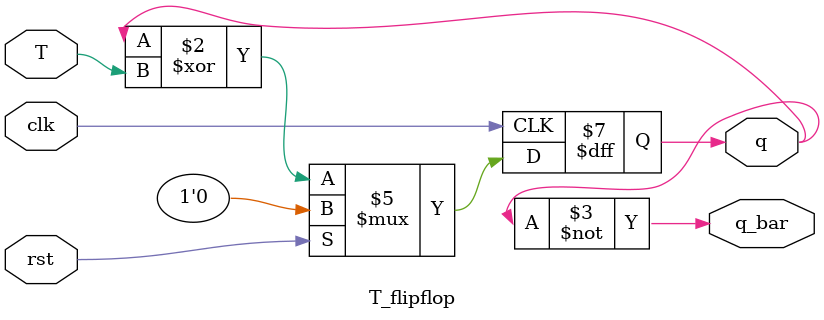
<source format=v>
`timescale 1ns / 1ps
module T_flipflop( 
    input clk, rst,
    input T,
    output reg q,
    output q_bar
    );
    always @(posedge clk) begin
        if (rst) q <= 0;
        else 
            q <= q ^ T;
    end
    assign q_bar = ~q;
endmodule

</source>
